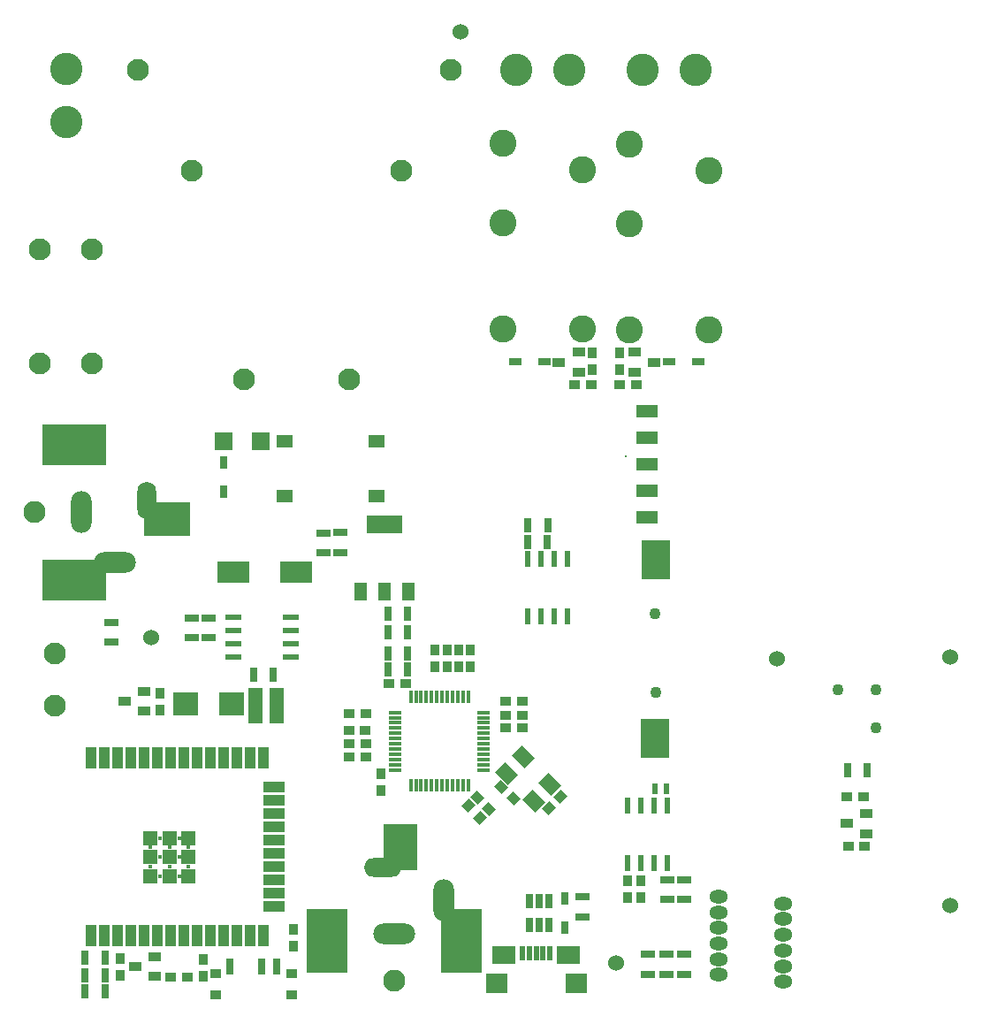
<source format=gts>
G04*
G04 #@! TF.GenerationSoftware,Altium Limited,Altium Designer,21.1.1 (26)*
G04*
G04 Layer_Color=8388736*
%FSLAX25Y25*%
%MOIN*%
G70*
G04*
G04 #@! TF.SameCoordinates,D2CF5B13-6A79-4D9C-8E4E-AA6CB0D1C9A8*
G04*
G04*
G04 #@! TF.FilePolarity,Negative*
G04*
G01*
G75*
%ADD12C,0.00125*%
%ADD60R,0.04528X0.02559*%
%ADD61R,0.03150X0.05512*%
%ADD62R,0.08268X0.04724*%
%ADD63R,0.02362X0.06299*%
%ADD64R,0.04194X0.03494*%
%ADD65R,0.04724X0.03543*%
%ADD66R,0.03494X0.04194*%
%ADD67R,0.05118X0.06693*%
%ADD68R,0.13386X0.06693*%
G04:AMPARAMS|DCode=69|XSize=34.94mil|YSize=41.94mil|CornerRadius=0mil|HoleSize=0mil|Usage=FLASHONLY|Rotation=135.000|XOffset=0mil|YOffset=0mil|HoleType=Round|Shape=Rectangle|*
%AMROTATEDRECTD69*
4,1,4,0.02718,0.00248,-0.00248,-0.02718,-0.02718,-0.00248,0.00248,0.02718,0.02718,0.00248,0.0*
%
%ADD69ROTATEDRECTD69*%

G04:AMPARAMS|DCode=70|XSize=34.94mil|YSize=41.94mil|CornerRadius=0mil|HoleSize=0mil|Usage=FLASHONLY|Rotation=45.000|XOffset=0mil|YOffset=0mil|HoleType=Round|Shape=Rectangle|*
%AMROTATEDRECTD70*
4,1,4,0.00248,-0.02718,-0.02718,0.00248,-0.00248,0.02718,0.02718,-0.00248,0.00248,-0.02718,0.0*
%
%ADD70ROTATEDRECTD70*%

G04:AMPARAMS|DCode=71|XSize=66.93mil|YSize=53.15mil|CornerRadius=0mil|HoleSize=0mil|Usage=FLASHONLY|Rotation=315.000|XOffset=0mil|YOffset=0mil|HoleType=Round|Shape=Rectangle|*
%AMROTATEDRECTD71*
4,1,4,-0.04245,0.00487,-0.00487,0.04245,0.04245,-0.00487,0.00487,-0.04245,-0.04245,0.00487,0.0*
%
%ADD71ROTATEDRECTD71*%

%ADD72R,0.01575X0.05118*%
%ADD73R,0.05118X0.01575*%
%ADD74R,0.02756X0.05748*%
%ADD75R,0.02559X0.04528*%
%ADD76R,0.05512X0.03150*%
%ADD77R,0.02362X0.04331*%
%ADD78R,0.10630X0.14961*%
%ADD79R,0.01968X0.05709*%
%ADD80R,0.08661X0.06693*%
%ADD81R,0.07874X0.07480*%
%ADD82R,0.13002X0.17333*%
%ADD83R,0.15364X0.24420*%
%ADD84R,0.03150X0.06299*%
%ADD85R,0.04331X0.03543*%
%ADD86R,0.05630X0.05630*%
%ADD87R,0.03937X0.08268*%
%ADD88R,0.08268X0.03937*%
%ADD89R,0.17333X0.13002*%
%ADD90R,0.24420X0.15364*%
%ADD91R,0.05512X0.13780*%
%ADD92R,0.06299X0.02362*%
%ADD93R,0.09252X0.08740*%
%ADD94R,0.12205X0.08268*%
%ADD95R,0.06693X0.06693*%
%ADD96R,0.06496X0.05118*%
%ADD97R,0.06112X0.04734*%
%ADD98O,0.07087X0.05118*%
%ADD99C,0.06010*%
%ADD100C,0.04331*%
%ADD101C,0.08268*%
%ADD102C,0.08278*%
%ADD103O,0.15758X0.07884*%
%ADD104O,0.07884X0.15758*%
%ADD105O,0.14183X0.07097*%
%ADD106C,0.00394*%
%ADD107C,0.01575*%
%ADD108C,0.10236*%
%ADD109C,0.12205*%
%ADD110O,0.07097X0.14183*%
D12*
X235801Y205647D02*
X236175D01*
X235551Y205398D02*
X236175D01*
X235676Y205523D02*
X236175D01*
D60*
X252244Y241024D02*
D03*
X263268D02*
D03*
X205512Y241041D02*
D03*
X194488D02*
D03*
D61*
X146260Y131102D02*
D03*
X153740D02*
D03*
Y146063D02*
D03*
X146260D02*
D03*
X153720Y124980D02*
D03*
X146240D02*
D03*
X32087Y9833D02*
D03*
X39567D02*
D03*
X32087Y3819D02*
D03*
X39567D02*
D03*
X319596Y87126D02*
D03*
X327076D02*
D03*
X32087Y16535D02*
D03*
X39567D02*
D03*
X95617Y122937D02*
D03*
X103097D02*
D03*
X199035Y173130D02*
D03*
X206516D02*
D03*
X199055Y179252D02*
D03*
X206535D02*
D03*
X146260Y139114D02*
D03*
X153740D02*
D03*
D62*
X244094Y182362D02*
D03*
Y192362D02*
D03*
Y202362D02*
D03*
Y212362D02*
D03*
Y222362D02*
D03*
D63*
X199055Y144961D02*
D03*
X204055D02*
D03*
X209055D02*
D03*
X214055D02*
D03*
Y166614D02*
D03*
X209055D02*
D03*
X204055D02*
D03*
X199055D02*
D03*
X251700Y73627D02*
D03*
X246700D02*
D03*
X241700D02*
D03*
X236700D02*
D03*
Y51973D02*
D03*
X241700D02*
D03*
X246700D02*
D03*
X251700D02*
D03*
D64*
X326182Y58268D02*
D03*
X319882D02*
D03*
X319508Y77185D02*
D03*
X325807D02*
D03*
X153130Y119705D02*
D03*
X146830D02*
D03*
X190787Y102992D02*
D03*
X197087D02*
D03*
X190750Y107884D02*
D03*
X197050D02*
D03*
Y113100D02*
D03*
X190750D02*
D03*
X64488Y9154D02*
D03*
X70788D02*
D03*
X137874Y108346D02*
D03*
X131574D02*
D03*
X240158Y232387D02*
D03*
X233858D02*
D03*
X223084D02*
D03*
X216784D02*
D03*
X137835Y102087D02*
D03*
X131535D02*
D03*
X131574Y97000D02*
D03*
X137874D02*
D03*
Y92000D02*
D03*
X131574D02*
D03*
D65*
X319311Y66929D02*
D03*
X326752Y70669D02*
D03*
Y63189D02*
D03*
X239330Y244618D02*
D03*
Y237137D02*
D03*
X246771Y240877D02*
D03*
X47067Y112992D02*
D03*
X54508Y116732D02*
D03*
Y109252D02*
D03*
X210836Y240877D02*
D03*
X218277Y244618D02*
D03*
Y237137D02*
D03*
X58445Y9252D02*
D03*
Y16732D02*
D03*
X51004Y12992D02*
D03*
D66*
X110630Y27166D02*
D03*
Y20866D02*
D03*
X177402Y132402D02*
D03*
Y126102D02*
D03*
X173031Y132402D02*
D03*
Y126102D02*
D03*
X168602Y132402D02*
D03*
Y126102D02*
D03*
X164193D02*
D03*
Y132402D02*
D03*
X236811Y45453D02*
D03*
Y39153D02*
D03*
X241713Y45453D02*
D03*
Y39153D02*
D03*
X76555Y15808D02*
D03*
Y9507D02*
D03*
X45276Y16142D02*
D03*
Y9842D02*
D03*
X233597Y244366D02*
D03*
Y238066D02*
D03*
X223376D02*
D03*
Y244366D02*
D03*
X143799Y85650D02*
D03*
Y79350D02*
D03*
X60236Y116142D02*
D03*
Y109842D02*
D03*
D67*
X136024Y154528D02*
D03*
X154134D02*
D03*
X145079D02*
D03*
D68*
Y179724D02*
D03*
D69*
X176673Y73627D02*
D03*
X181127Y69173D02*
D03*
X211406Y77156D02*
D03*
X206951Y72701D02*
D03*
D70*
X179973Y76727D02*
D03*
X184427Y72273D02*
D03*
X193605Y76355D02*
D03*
X189151Y80810D02*
D03*
D71*
X191079Y85828D02*
D03*
X201379Y75528D02*
D03*
X197203Y91953D02*
D03*
X207504Y81652D02*
D03*
D72*
X176575Y81299D02*
D03*
X174606D02*
D03*
X172638Y81299D02*
D03*
X170669D02*
D03*
X168701Y81299D02*
D03*
X166732D02*
D03*
X164764D02*
D03*
X162795D02*
D03*
X160827Y81299D02*
D03*
X158858Y81299D02*
D03*
X156890D02*
D03*
X154921D02*
D03*
Y114764D02*
D03*
X156890D02*
D03*
X158858D02*
D03*
X160827Y114764D02*
D03*
X162795Y114764D02*
D03*
X164764D02*
D03*
X166732D02*
D03*
X168701D02*
D03*
X170669Y114764D02*
D03*
X172638D02*
D03*
X174606Y114764D02*
D03*
X176575D02*
D03*
D73*
X149016Y87205D02*
D03*
Y89173D02*
D03*
Y91142D02*
D03*
Y93110D02*
D03*
X149016Y95079D02*
D03*
Y97047D02*
D03*
Y99016D02*
D03*
X149016Y100984D02*
D03*
Y102953D02*
D03*
Y104921D02*
D03*
Y106890D02*
D03*
Y108858D02*
D03*
X182480D02*
D03*
Y106890D02*
D03*
Y104921D02*
D03*
X182480Y102953D02*
D03*
X182480Y100984D02*
D03*
Y99016D02*
D03*
Y97047D02*
D03*
Y95079D02*
D03*
X182480Y93110D02*
D03*
Y91142D02*
D03*
X182480Y89173D02*
D03*
Y87205D02*
D03*
D74*
X207028Y28642D02*
D03*
X203287D02*
D03*
X199547D02*
D03*
Y37894D02*
D03*
X203287D02*
D03*
X207028D02*
D03*
D75*
X213130Y38780D02*
D03*
Y27756D02*
D03*
X84252Y192126D02*
D03*
Y203150D02*
D03*
D76*
X219823Y39370D02*
D03*
Y31890D02*
D03*
X258169Y45768D02*
D03*
Y38287D02*
D03*
X251800Y45740D02*
D03*
Y38260D02*
D03*
X257900Y17609D02*
D03*
Y10128D02*
D03*
X251207Y17609D02*
D03*
Y10128D02*
D03*
X244514Y17609D02*
D03*
Y10128D02*
D03*
X42047Y135256D02*
D03*
Y142736D02*
D03*
X78642Y136909D02*
D03*
Y144390D02*
D03*
X72342D02*
D03*
Y136909D02*
D03*
X128248Y176594D02*
D03*
Y169114D02*
D03*
X121988Y176555D02*
D03*
Y169075D02*
D03*
D77*
X251496Y79961D02*
D03*
X247165D02*
D03*
D78*
X247152Y99137D02*
D03*
X247448Y166263D02*
D03*
D79*
X207421Y17913D02*
D03*
X204862D02*
D03*
X202303D02*
D03*
X199744D02*
D03*
X197185D02*
D03*
D80*
X190098Y17431D02*
D03*
X214508D02*
D03*
D81*
X187343Y6693D02*
D03*
X217264D02*
D03*
D82*
X151165Y58014D02*
D03*
D83*
X173999Y22778D02*
D03*
X123212D02*
D03*
D84*
X86811Y13189D02*
D03*
X98622D02*
D03*
X104528D02*
D03*
D85*
X110039Y10236D02*
D03*
X81299D02*
D03*
X110039Y2362D02*
D03*
X81299D02*
D03*
D86*
X71161Y61555D02*
D03*
Y54331D02*
D03*
Y47106D02*
D03*
X63937Y61555D02*
D03*
Y54331D02*
D03*
Y47106D02*
D03*
X56713Y61555D02*
D03*
Y54331D02*
D03*
Y47106D02*
D03*
D87*
X34409Y91732D02*
D03*
X39409D02*
D03*
X44409D02*
D03*
X49409D02*
D03*
X54409D02*
D03*
X59409D02*
D03*
X64410D02*
D03*
X69410D02*
D03*
X74410D02*
D03*
X79409D02*
D03*
X84409D02*
D03*
X89410D02*
D03*
X94410D02*
D03*
X99410D02*
D03*
Y24803D02*
D03*
X94410D02*
D03*
X89410D02*
D03*
X84409D02*
D03*
X79409D02*
D03*
X74410D02*
D03*
X69410D02*
D03*
X64410D02*
D03*
X59409D02*
D03*
X54409D02*
D03*
X49409D02*
D03*
X44409D02*
D03*
X39409D02*
D03*
X34409D02*
D03*
D88*
X103347Y80768D02*
D03*
Y75768D02*
D03*
Y70768D02*
D03*
Y65768D02*
D03*
Y60768D02*
D03*
Y55768D02*
D03*
Y50768D02*
D03*
Y45768D02*
D03*
Y40768D02*
D03*
Y35768D02*
D03*
D89*
X63189Y181693D02*
D03*
D90*
X27953Y158858D02*
D03*
Y209646D02*
D03*
D91*
X96260Y111417D02*
D03*
X104528D02*
D03*
D92*
X87992Y129606D02*
D03*
Y134606D02*
D03*
Y139606D02*
D03*
Y144606D02*
D03*
X109646D02*
D03*
Y139606D02*
D03*
Y134606D02*
D03*
Y129606D02*
D03*
D93*
X70138Y112205D02*
D03*
X87343D02*
D03*
D94*
X88169Y161575D02*
D03*
X111791D02*
D03*
D95*
X84252Y211024D02*
D03*
X98425D02*
D03*
D96*
X142126Y190532D02*
D03*
X107480D02*
D03*
Y211043D02*
D03*
D97*
X142126D02*
D03*
D98*
X270892Y39459D02*
D03*
Y33554D02*
D03*
Y27648D02*
D03*
Y21743D02*
D03*
Y15837D02*
D03*
Y9932D02*
D03*
X295276Y7283D02*
D03*
Y13189D02*
D03*
Y19094D02*
D03*
Y25000D02*
D03*
Y30906D02*
D03*
Y36811D02*
D03*
D99*
X358484Y36161D02*
D03*
Y129724D02*
D03*
X293091Y128898D02*
D03*
X173721Y365295D02*
D03*
X56968Y137224D02*
D03*
X232480Y14370D02*
D03*
D100*
X316063Y117264D02*
D03*
X330236D02*
D03*
Y103091D02*
D03*
X247152Y146184D02*
D03*
X247349Y116361D02*
D03*
D101*
X34646Y240551D02*
D03*
X14961D02*
D03*
X34646Y283465D02*
D03*
X14961D02*
D03*
X170079Y351181D02*
D03*
X51968D02*
D03*
X72492Y313158D02*
D03*
X151232D02*
D03*
X131547Y234418D02*
D03*
X92177D02*
D03*
X20728Y111476D02*
D03*
Y131161D02*
D03*
D102*
X148606Y7817D02*
D03*
X12992Y184252D02*
D03*
D103*
X148606Y25534D02*
D03*
X43307Y165354D02*
D03*
D104*
X167503Y38132D02*
D03*
X30709Y184252D02*
D03*
D105*
X144275Y50337D02*
D03*
D106*
X89764Y6299D02*
D03*
X101575D02*
D03*
D107*
X71161Y57943D02*
D03*
Y50718D02*
D03*
X67549Y61555D02*
D03*
Y54331D02*
D03*
Y47106D02*
D03*
X63937Y57943D02*
D03*
Y50718D02*
D03*
X60325Y61555D02*
D03*
Y54331D02*
D03*
Y47106D02*
D03*
X56713Y57943D02*
D03*
Y50718D02*
D03*
D108*
X237362Y323189D02*
D03*
X267362Y313189D02*
D03*
Y253189D02*
D03*
X237362Y293189D02*
D03*
Y253189D02*
D03*
X189724Y323463D02*
D03*
X219724Y313463D02*
D03*
Y253463D02*
D03*
X189724Y293463D02*
D03*
Y253463D02*
D03*
D109*
X242362Y351181D02*
D03*
X262362D02*
D03*
X194724D02*
D03*
X214724D02*
D03*
X25197Y331339D02*
D03*
Y351339D02*
D03*
D110*
X55512Y188583D02*
D03*
M02*

</source>
